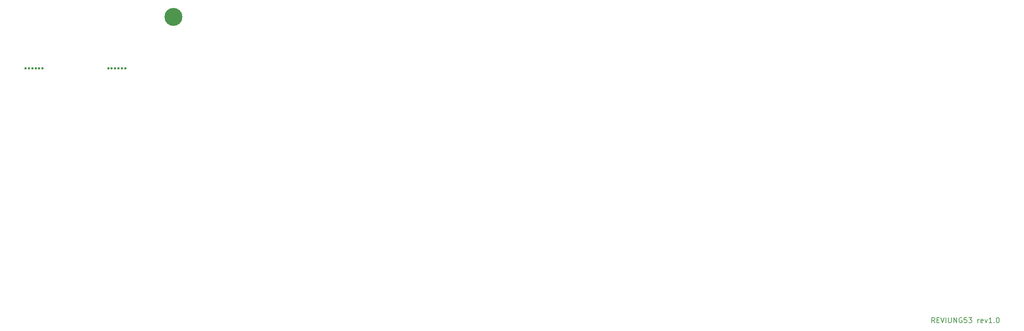
<source format=gts>
G04 #@! TF.GenerationSoftware,KiCad,Pcbnew,(5.1.9-0-10_14)*
G04 #@! TF.CreationDate,2021-12-01T15:45:57+09:00*
G04 #@! TF.ProjectId,slim_top_plate,736c696d-5f74-46f7-905f-706c6174652e,rev?*
G04 #@! TF.SameCoordinates,PX136f960PY1ca38b0*
G04 #@! TF.FileFunction,Soldermask,Top*
G04 #@! TF.FilePolarity,Negative*
%FSLAX46Y46*%
G04 Gerber Fmt 4.6, Leading zero omitted, Abs format (unit mm)*
G04 Created by KiCad (PCBNEW (5.1.9-0-10_14)) date 2021-12-01 15:45:57*
%MOMM*%
%LPD*%
G01*
G04 APERTURE LIST*
%ADD10C,0.200000*%
%ADD11C,0.600000*%
%ADD12C,4.400000*%
G04 APERTURE END LIST*
D10*
X234000000Y-86765476D02*
X233583333Y-86170238D01*
X233285714Y-86765476D02*
X233285714Y-85515476D01*
X233761904Y-85515476D01*
X233880952Y-85575000D01*
X233940476Y-85634523D01*
X234000000Y-85753571D01*
X234000000Y-85932142D01*
X233940476Y-86051190D01*
X233880952Y-86110714D01*
X233761904Y-86170238D01*
X233285714Y-86170238D01*
X234535714Y-86110714D02*
X234952380Y-86110714D01*
X235130952Y-86765476D02*
X234535714Y-86765476D01*
X234535714Y-85515476D01*
X235130952Y-85515476D01*
X235488095Y-85515476D02*
X235904761Y-86765476D01*
X236321428Y-85515476D01*
X236738095Y-86765476D02*
X236738095Y-85515476D01*
X237333333Y-85515476D02*
X237333333Y-86527380D01*
X237392857Y-86646428D01*
X237452380Y-86705952D01*
X237571428Y-86765476D01*
X237809523Y-86765476D01*
X237928571Y-86705952D01*
X237988095Y-86646428D01*
X238047619Y-86527380D01*
X238047619Y-85515476D01*
X238642857Y-86765476D02*
X238642857Y-85515476D01*
X239357142Y-86765476D01*
X239357142Y-85515476D01*
X240607142Y-85575000D02*
X240488095Y-85515476D01*
X240309523Y-85515476D01*
X240130952Y-85575000D01*
X240011904Y-85694047D01*
X239952380Y-85813095D01*
X239892857Y-86051190D01*
X239892857Y-86229761D01*
X239952380Y-86467857D01*
X240011904Y-86586904D01*
X240130952Y-86705952D01*
X240309523Y-86765476D01*
X240428571Y-86765476D01*
X240607142Y-86705952D01*
X240666666Y-86646428D01*
X240666666Y-86229761D01*
X240428571Y-86229761D01*
X241797619Y-85515476D02*
X241202380Y-85515476D01*
X241142857Y-86110714D01*
X241202380Y-86051190D01*
X241321428Y-85991666D01*
X241619047Y-85991666D01*
X241738095Y-86051190D01*
X241797619Y-86110714D01*
X241857142Y-86229761D01*
X241857142Y-86527380D01*
X241797619Y-86646428D01*
X241738095Y-86705952D01*
X241619047Y-86765476D01*
X241321428Y-86765476D01*
X241202380Y-86705952D01*
X241142857Y-86646428D01*
X242273809Y-85515476D02*
X243047619Y-85515476D01*
X242630952Y-85991666D01*
X242809523Y-85991666D01*
X242928571Y-86051190D01*
X242988095Y-86110714D01*
X243047619Y-86229761D01*
X243047619Y-86527380D01*
X242988095Y-86646428D01*
X242928571Y-86705952D01*
X242809523Y-86765476D01*
X242452380Y-86765476D01*
X242333333Y-86705952D01*
X242273809Y-86646428D01*
X244535714Y-86765476D02*
X244535714Y-85932142D01*
X244535714Y-86170238D02*
X244595238Y-86051190D01*
X244654761Y-85991666D01*
X244773809Y-85932142D01*
X244892857Y-85932142D01*
X245785714Y-86705952D02*
X245666666Y-86765476D01*
X245428571Y-86765476D01*
X245309523Y-86705952D01*
X245250000Y-86586904D01*
X245250000Y-86110714D01*
X245309523Y-85991666D01*
X245428571Y-85932142D01*
X245666666Y-85932142D01*
X245785714Y-85991666D01*
X245845238Y-86110714D01*
X245845238Y-86229761D01*
X245250000Y-86348809D01*
X246261904Y-85932142D02*
X246559523Y-86765476D01*
X246857142Y-85932142D01*
X247988095Y-86765476D02*
X247273809Y-86765476D01*
X247630952Y-86765476D02*
X247630952Y-85515476D01*
X247511904Y-85694047D01*
X247392857Y-85813095D01*
X247273809Y-85872619D01*
X248523809Y-86646428D02*
X248583333Y-86705952D01*
X248523809Y-86765476D01*
X248464285Y-86705952D01*
X248523809Y-86646428D01*
X248523809Y-86765476D01*
X249357142Y-85515476D02*
X249476190Y-85515476D01*
X249595238Y-85575000D01*
X249654761Y-85634523D01*
X249714285Y-85753571D01*
X249773809Y-85991666D01*
X249773809Y-86289285D01*
X249714285Y-86527380D01*
X249654761Y-86646428D01*
X249595238Y-86705952D01*
X249476190Y-86765476D01*
X249357142Y-86765476D01*
X249238095Y-86705952D01*
X249178571Y-86646428D01*
X249119047Y-86527380D01*
X249059523Y-86289285D01*
X249059523Y-85991666D01*
X249119047Y-85753571D01*
X249178571Y-85634523D01*
X249238095Y-85575000D01*
X249357142Y-85515476D01*
D11*
X33945000Y-24360000D03*
X33095000Y-24360000D03*
X32270000Y-24360000D03*
X31445000Y-24360000D03*
X34770000Y-24360000D03*
X35595000Y-24360000D03*
X13675000Y-24360000D03*
X12825000Y-24360000D03*
X12000000Y-24360000D03*
X11175000Y-24360000D03*
X14500000Y-24360000D03*
X15325000Y-24360000D03*
D12*
X47400000Y-11760000D03*
M02*

</source>
